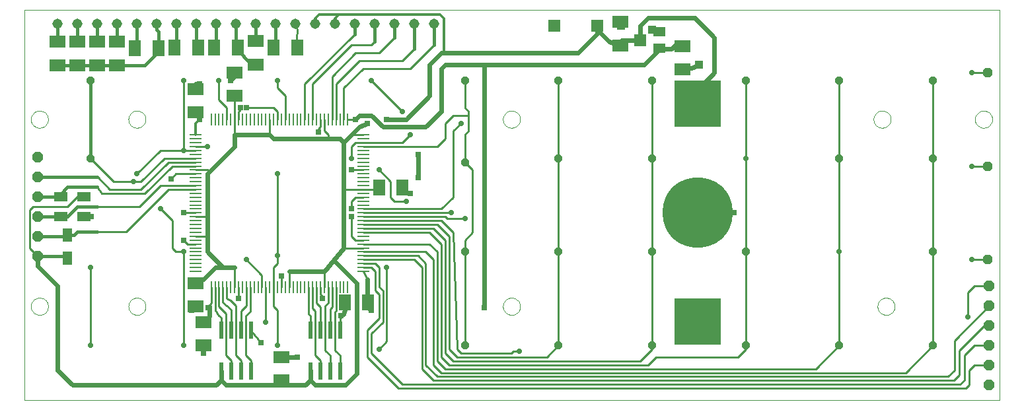
<source format=gbl>
G75*
G70*
%OFA0B0*%
%FSLAX24Y24*%
%IPPOS*%
%LPD*%
%AMOC8*
5,1,8,0,0,1.08239X$1,22.5*
%
%ADD10C,0.0000*%
%ADD11R,0.0591X0.0787*%
%ADD12R,0.0787X0.0591*%
%ADD13R,0.0236X0.0866*%
%ADD14R,0.0106X0.0591*%
%ADD15R,0.0591X0.0106*%
%ADD16R,0.0591X0.0630*%
%ADD17R,0.0591X0.0512*%
%ADD18OC8,0.0520*%
%ADD19R,0.0709X0.0472*%
%ADD20R,0.0472X0.0709*%
%ADD21R,0.2362X0.2362*%
%ADD22C,0.3543*%
%ADD23C,0.0515*%
%ADD24C,0.0160*%
%ADD25C,0.0100*%
%ADD26R,0.0278X0.0278*%
%ADD27C,0.0240*%
%ADD28R,0.0396X0.0396*%
%ADD29R,0.0591X0.0591*%
%ADD30C,0.0120*%
%ADD31OC8,0.0396*%
%ADD32OC8,0.0278*%
%ADD33OC8,0.0475*%
D10*
X001762Y001671D02*
X001762Y021392D01*
X050959Y021392D01*
X050959Y001671D01*
X001762Y001671D01*
X002093Y006408D02*
X002095Y006450D01*
X002101Y006491D01*
X002111Y006532D01*
X002125Y006571D01*
X002143Y006609D01*
X002164Y006645D01*
X002188Y006679D01*
X002216Y006710D01*
X002247Y006739D01*
X002280Y006764D01*
X002316Y006786D01*
X002353Y006805D01*
X002392Y006820D01*
X002433Y006831D01*
X002474Y006838D01*
X002516Y006841D01*
X002557Y006840D01*
X002599Y006835D01*
X002640Y006826D01*
X002680Y006813D01*
X002718Y006796D01*
X002754Y006776D01*
X002789Y006752D01*
X002821Y006725D01*
X002850Y006695D01*
X002876Y006663D01*
X002899Y006628D01*
X002919Y006590D01*
X002934Y006552D01*
X002946Y006512D01*
X002954Y006471D01*
X002958Y006429D01*
X002958Y006387D01*
X002954Y006345D01*
X002946Y006304D01*
X002934Y006264D01*
X002919Y006226D01*
X002899Y006188D01*
X002876Y006153D01*
X002850Y006121D01*
X002821Y006091D01*
X002789Y006064D01*
X002754Y006040D01*
X002718Y006020D01*
X002680Y006003D01*
X002640Y005990D01*
X002599Y005981D01*
X002557Y005976D01*
X002516Y005975D01*
X002474Y005978D01*
X002433Y005985D01*
X002392Y005996D01*
X002353Y006011D01*
X002316Y006030D01*
X002280Y006052D01*
X002247Y006077D01*
X002216Y006106D01*
X002188Y006137D01*
X002164Y006171D01*
X002143Y006207D01*
X002125Y006245D01*
X002111Y006284D01*
X002101Y006325D01*
X002095Y006366D01*
X002093Y006408D01*
X007014Y006408D02*
X007016Y006450D01*
X007022Y006491D01*
X007032Y006532D01*
X007046Y006571D01*
X007064Y006609D01*
X007085Y006645D01*
X007109Y006679D01*
X007137Y006710D01*
X007168Y006739D01*
X007201Y006764D01*
X007237Y006786D01*
X007274Y006805D01*
X007313Y006820D01*
X007354Y006831D01*
X007395Y006838D01*
X007437Y006841D01*
X007478Y006840D01*
X007520Y006835D01*
X007561Y006826D01*
X007601Y006813D01*
X007639Y006796D01*
X007675Y006776D01*
X007710Y006752D01*
X007742Y006725D01*
X007771Y006695D01*
X007797Y006663D01*
X007820Y006628D01*
X007840Y006590D01*
X007855Y006552D01*
X007867Y006512D01*
X007875Y006471D01*
X007879Y006429D01*
X007879Y006387D01*
X007875Y006345D01*
X007867Y006304D01*
X007855Y006264D01*
X007840Y006226D01*
X007820Y006188D01*
X007797Y006153D01*
X007771Y006121D01*
X007742Y006091D01*
X007710Y006064D01*
X007675Y006040D01*
X007639Y006020D01*
X007601Y006003D01*
X007561Y005990D01*
X007520Y005981D01*
X007478Y005976D01*
X007437Y005975D01*
X007395Y005978D01*
X007354Y005985D01*
X007313Y005996D01*
X007274Y006011D01*
X007237Y006030D01*
X007201Y006052D01*
X007168Y006077D01*
X007137Y006106D01*
X007109Y006137D01*
X007085Y006171D01*
X007064Y006207D01*
X007046Y006245D01*
X007032Y006284D01*
X007022Y006325D01*
X007016Y006366D01*
X007014Y006408D01*
X025912Y006408D02*
X025914Y006450D01*
X025920Y006491D01*
X025930Y006532D01*
X025944Y006571D01*
X025962Y006609D01*
X025983Y006645D01*
X026007Y006679D01*
X026035Y006710D01*
X026066Y006739D01*
X026099Y006764D01*
X026135Y006786D01*
X026172Y006805D01*
X026211Y006820D01*
X026252Y006831D01*
X026293Y006838D01*
X026335Y006841D01*
X026376Y006840D01*
X026418Y006835D01*
X026459Y006826D01*
X026499Y006813D01*
X026537Y006796D01*
X026573Y006776D01*
X026608Y006752D01*
X026640Y006725D01*
X026669Y006695D01*
X026695Y006663D01*
X026718Y006628D01*
X026738Y006590D01*
X026753Y006552D01*
X026765Y006512D01*
X026773Y006471D01*
X026777Y006429D01*
X026777Y006387D01*
X026773Y006345D01*
X026765Y006304D01*
X026753Y006264D01*
X026738Y006226D01*
X026718Y006188D01*
X026695Y006153D01*
X026669Y006121D01*
X026640Y006091D01*
X026608Y006064D01*
X026573Y006040D01*
X026537Y006020D01*
X026499Y006003D01*
X026459Y005990D01*
X026418Y005981D01*
X026376Y005976D01*
X026335Y005975D01*
X026293Y005978D01*
X026252Y005985D01*
X026211Y005996D01*
X026172Y006011D01*
X026135Y006030D01*
X026099Y006052D01*
X026066Y006077D01*
X026035Y006106D01*
X026007Y006137D01*
X025983Y006171D01*
X025962Y006207D01*
X025944Y006245D01*
X025930Y006284D01*
X025920Y006325D01*
X025914Y006366D01*
X025912Y006408D01*
X044809Y006408D02*
X044811Y006450D01*
X044817Y006491D01*
X044827Y006532D01*
X044841Y006571D01*
X044859Y006609D01*
X044880Y006645D01*
X044904Y006679D01*
X044932Y006710D01*
X044963Y006739D01*
X044996Y006764D01*
X045032Y006786D01*
X045069Y006805D01*
X045108Y006820D01*
X045149Y006831D01*
X045190Y006838D01*
X045232Y006841D01*
X045273Y006840D01*
X045315Y006835D01*
X045356Y006826D01*
X045396Y006813D01*
X045434Y006796D01*
X045470Y006776D01*
X045505Y006752D01*
X045537Y006725D01*
X045566Y006695D01*
X045592Y006663D01*
X045615Y006628D01*
X045635Y006590D01*
X045650Y006552D01*
X045662Y006512D01*
X045670Y006471D01*
X045674Y006429D01*
X045674Y006387D01*
X045670Y006345D01*
X045662Y006304D01*
X045650Y006264D01*
X045635Y006226D01*
X045615Y006188D01*
X045592Y006153D01*
X045566Y006121D01*
X045537Y006091D01*
X045505Y006064D01*
X045470Y006040D01*
X045434Y006020D01*
X045396Y006003D01*
X045356Y005990D01*
X045315Y005981D01*
X045273Y005976D01*
X045232Y005975D01*
X045190Y005978D01*
X045149Y005985D01*
X045108Y005996D01*
X045069Y006011D01*
X045032Y006030D01*
X044996Y006052D01*
X044963Y006077D01*
X044932Y006106D01*
X044904Y006137D01*
X044880Y006171D01*
X044859Y006207D01*
X044841Y006245D01*
X044827Y006284D01*
X044817Y006325D01*
X044811Y006366D01*
X044809Y006408D01*
X044612Y015856D02*
X044614Y015898D01*
X044620Y015939D01*
X044630Y015980D01*
X044644Y016019D01*
X044662Y016057D01*
X044683Y016093D01*
X044707Y016127D01*
X044735Y016158D01*
X044766Y016187D01*
X044799Y016212D01*
X044835Y016234D01*
X044872Y016253D01*
X044911Y016268D01*
X044952Y016279D01*
X044993Y016286D01*
X045035Y016289D01*
X045076Y016288D01*
X045118Y016283D01*
X045159Y016274D01*
X045199Y016261D01*
X045237Y016244D01*
X045273Y016224D01*
X045308Y016200D01*
X045340Y016173D01*
X045369Y016143D01*
X045395Y016111D01*
X045418Y016076D01*
X045438Y016038D01*
X045453Y016000D01*
X045465Y015960D01*
X045473Y015919D01*
X045477Y015877D01*
X045477Y015835D01*
X045473Y015793D01*
X045465Y015752D01*
X045453Y015712D01*
X045438Y015674D01*
X045418Y015636D01*
X045395Y015601D01*
X045369Y015569D01*
X045340Y015539D01*
X045308Y015512D01*
X045273Y015488D01*
X045237Y015468D01*
X045199Y015451D01*
X045159Y015438D01*
X045118Y015429D01*
X045076Y015424D01*
X045035Y015423D01*
X044993Y015426D01*
X044952Y015433D01*
X044911Y015444D01*
X044872Y015459D01*
X044835Y015478D01*
X044799Y015500D01*
X044766Y015525D01*
X044735Y015554D01*
X044707Y015585D01*
X044683Y015619D01*
X044662Y015655D01*
X044644Y015693D01*
X044630Y015732D01*
X044620Y015773D01*
X044614Y015814D01*
X044612Y015856D01*
X049730Y015856D02*
X049732Y015898D01*
X049738Y015939D01*
X049748Y015980D01*
X049762Y016019D01*
X049780Y016057D01*
X049801Y016093D01*
X049825Y016127D01*
X049853Y016158D01*
X049884Y016187D01*
X049917Y016212D01*
X049953Y016234D01*
X049990Y016253D01*
X050029Y016268D01*
X050070Y016279D01*
X050111Y016286D01*
X050153Y016289D01*
X050194Y016288D01*
X050236Y016283D01*
X050277Y016274D01*
X050317Y016261D01*
X050355Y016244D01*
X050391Y016224D01*
X050426Y016200D01*
X050458Y016173D01*
X050487Y016143D01*
X050513Y016111D01*
X050536Y016076D01*
X050556Y016038D01*
X050571Y016000D01*
X050583Y015960D01*
X050591Y015919D01*
X050595Y015877D01*
X050595Y015835D01*
X050591Y015793D01*
X050583Y015752D01*
X050571Y015712D01*
X050556Y015674D01*
X050536Y015636D01*
X050513Y015601D01*
X050487Y015569D01*
X050458Y015539D01*
X050426Y015512D01*
X050391Y015488D01*
X050355Y015468D01*
X050317Y015451D01*
X050277Y015438D01*
X050236Y015429D01*
X050194Y015424D01*
X050153Y015423D01*
X050111Y015426D01*
X050070Y015433D01*
X050029Y015444D01*
X049990Y015459D01*
X049953Y015478D01*
X049917Y015500D01*
X049884Y015525D01*
X049853Y015554D01*
X049825Y015585D01*
X049801Y015619D01*
X049780Y015655D01*
X049762Y015693D01*
X049748Y015732D01*
X049738Y015773D01*
X049732Y015814D01*
X049730Y015856D01*
X025912Y015856D02*
X025914Y015898D01*
X025920Y015939D01*
X025930Y015980D01*
X025944Y016019D01*
X025962Y016057D01*
X025983Y016093D01*
X026007Y016127D01*
X026035Y016158D01*
X026066Y016187D01*
X026099Y016212D01*
X026135Y016234D01*
X026172Y016253D01*
X026211Y016268D01*
X026252Y016279D01*
X026293Y016286D01*
X026335Y016289D01*
X026376Y016288D01*
X026418Y016283D01*
X026459Y016274D01*
X026499Y016261D01*
X026537Y016244D01*
X026573Y016224D01*
X026608Y016200D01*
X026640Y016173D01*
X026669Y016143D01*
X026695Y016111D01*
X026718Y016076D01*
X026738Y016038D01*
X026753Y016000D01*
X026765Y015960D01*
X026773Y015919D01*
X026777Y015877D01*
X026777Y015835D01*
X026773Y015793D01*
X026765Y015752D01*
X026753Y015712D01*
X026738Y015674D01*
X026718Y015636D01*
X026695Y015601D01*
X026669Y015569D01*
X026640Y015539D01*
X026608Y015512D01*
X026573Y015488D01*
X026537Y015468D01*
X026499Y015451D01*
X026459Y015438D01*
X026418Y015429D01*
X026376Y015424D01*
X026335Y015423D01*
X026293Y015426D01*
X026252Y015433D01*
X026211Y015444D01*
X026172Y015459D01*
X026135Y015478D01*
X026099Y015500D01*
X026066Y015525D01*
X026035Y015554D01*
X026007Y015585D01*
X025983Y015619D01*
X025962Y015655D01*
X025944Y015693D01*
X025930Y015732D01*
X025920Y015773D01*
X025914Y015814D01*
X025912Y015856D01*
X007014Y015856D02*
X007016Y015898D01*
X007022Y015939D01*
X007032Y015980D01*
X007046Y016019D01*
X007064Y016057D01*
X007085Y016093D01*
X007109Y016127D01*
X007137Y016158D01*
X007168Y016187D01*
X007201Y016212D01*
X007237Y016234D01*
X007274Y016253D01*
X007313Y016268D01*
X007354Y016279D01*
X007395Y016286D01*
X007437Y016289D01*
X007478Y016288D01*
X007520Y016283D01*
X007561Y016274D01*
X007601Y016261D01*
X007639Y016244D01*
X007675Y016224D01*
X007710Y016200D01*
X007742Y016173D01*
X007771Y016143D01*
X007797Y016111D01*
X007820Y016076D01*
X007840Y016038D01*
X007855Y016000D01*
X007867Y015960D01*
X007875Y015919D01*
X007879Y015877D01*
X007879Y015835D01*
X007875Y015793D01*
X007867Y015752D01*
X007855Y015712D01*
X007840Y015674D01*
X007820Y015636D01*
X007797Y015601D01*
X007771Y015569D01*
X007742Y015539D01*
X007710Y015512D01*
X007675Y015488D01*
X007639Y015468D01*
X007601Y015451D01*
X007561Y015438D01*
X007520Y015429D01*
X007478Y015424D01*
X007437Y015423D01*
X007395Y015426D01*
X007354Y015433D01*
X007313Y015444D01*
X007274Y015459D01*
X007237Y015478D01*
X007201Y015500D01*
X007168Y015525D01*
X007137Y015554D01*
X007109Y015585D01*
X007085Y015619D01*
X007064Y015655D01*
X007046Y015693D01*
X007032Y015732D01*
X007022Y015773D01*
X007016Y015814D01*
X007014Y015856D01*
X002093Y015856D02*
X002095Y015898D01*
X002101Y015939D01*
X002111Y015980D01*
X002125Y016019D01*
X002143Y016057D01*
X002164Y016093D01*
X002188Y016127D01*
X002216Y016158D01*
X002247Y016187D01*
X002280Y016212D01*
X002316Y016234D01*
X002353Y016253D01*
X002392Y016268D01*
X002433Y016279D01*
X002474Y016286D01*
X002516Y016289D01*
X002557Y016288D01*
X002599Y016283D01*
X002640Y016274D01*
X002680Y016261D01*
X002718Y016244D01*
X002754Y016224D01*
X002789Y016200D01*
X002821Y016173D01*
X002850Y016143D01*
X002876Y016111D01*
X002899Y016076D01*
X002919Y016038D01*
X002934Y016000D01*
X002946Y015960D01*
X002954Y015919D01*
X002958Y015877D01*
X002958Y015835D01*
X002954Y015793D01*
X002946Y015752D01*
X002934Y015712D01*
X002919Y015674D01*
X002899Y015636D01*
X002876Y015601D01*
X002850Y015569D01*
X002821Y015539D01*
X002789Y015512D01*
X002754Y015488D01*
X002718Y015468D01*
X002680Y015451D01*
X002640Y015438D01*
X002599Y015429D01*
X002557Y015424D01*
X002516Y015423D01*
X002474Y015426D01*
X002433Y015433D01*
X002392Y015444D01*
X002353Y015459D01*
X002316Y015478D01*
X002280Y015500D01*
X002247Y015525D01*
X002216Y015554D01*
X002188Y015585D01*
X002164Y015619D01*
X002143Y015655D01*
X002125Y015693D01*
X002111Y015732D01*
X002101Y015773D01*
X002095Y015814D01*
X002093Y015856D01*
D11*
X007345Y019433D03*
X008526Y019433D03*
X009345Y019465D03*
X010526Y019465D03*
X011345Y019465D03*
X012526Y019465D03*
X014345Y019465D03*
X015526Y019465D03*
X019652Y012411D03*
X020833Y012411D03*
X019110Y006604D03*
X017929Y006604D03*
D12*
X014730Y003849D03*
X014730Y002667D03*
X010793Y004439D03*
X010793Y005620D03*
X010400Y006408D03*
X010400Y007589D03*
X010400Y016201D03*
X012368Y017037D03*
X010400Y017382D03*
X012368Y018219D03*
X013435Y018624D03*
X013435Y019805D03*
X006435Y019774D03*
X005435Y019774D03*
X004435Y019774D03*
X003435Y019774D03*
X003435Y018593D03*
X004435Y018593D03*
X005435Y018593D03*
X006435Y018593D03*
X031833Y019583D03*
X031833Y020764D03*
X034961Y019551D03*
X034961Y018370D03*
D13*
X017685Y005207D03*
X017185Y005207D03*
X016685Y005207D03*
X016185Y005207D03*
X013185Y005207D03*
X012685Y005207D03*
X012185Y005207D03*
X011685Y005207D03*
X011685Y003160D03*
X012185Y003160D03*
X012685Y003160D03*
X013185Y003160D03*
X016185Y003160D03*
X016685Y003160D03*
X017185Y003160D03*
X017685Y003160D03*
D14*
X017683Y007392D03*
X017486Y007392D03*
X017289Y007392D03*
X017093Y007392D03*
X016896Y007392D03*
X016699Y007392D03*
X016502Y007392D03*
X016305Y007392D03*
X016108Y007392D03*
X015911Y007392D03*
X015715Y007392D03*
X015518Y007392D03*
X015321Y007392D03*
X015124Y007392D03*
X014927Y007392D03*
X014730Y007392D03*
X014534Y007392D03*
X014337Y007392D03*
X014140Y007392D03*
X013943Y007392D03*
X013746Y007392D03*
X013549Y007392D03*
X013352Y007392D03*
X013156Y007392D03*
X012959Y007392D03*
X012762Y007392D03*
X012565Y007392D03*
X012368Y007392D03*
X012171Y007392D03*
X011974Y007392D03*
X011778Y007392D03*
X011581Y007392D03*
X011384Y007392D03*
X011187Y007392D03*
X017880Y007392D03*
X018077Y007392D03*
X018077Y015856D03*
X017880Y015856D03*
X017683Y015856D03*
X017486Y015856D03*
X017289Y015856D03*
X017093Y015856D03*
X016896Y015856D03*
X016699Y015856D03*
X016502Y015856D03*
X016305Y015856D03*
X016108Y015856D03*
X015911Y015856D03*
X015715Y015856D03*
X015518Y015856D03*
X015321Y015856D03*
X015124Y015856D03*
X014927Y015856D03*
X014730Y015856D03*
X014534Y015856D03*
X014337Y015856D03*
X014140Y015856D03*
X013943Y015856D03*
X013746Y015856D03*
X013549Y015856D03*
X013352Y015856D03*
X013156Y015856D03*
X012959Y015856D03*
X012762Y015856D03*
X012565Y015856D03*
X012368Y015856D03*
X012171Y015856D03*
X011974Y015856D03*
X011778Y015856D03*
X011581Y015856D03*
X011384Y015856D03*
X011187Y015856D03*
D15*
X010400Y015069D03*
X010400Y014872D03*
X010400Y014675D03*
X010400Y014478D03*
X010400Y014282D03*
X010400Y014085D03*
X010400Y013888D03*
X010400Y013691D03*
X010400Y013494D03*
X010400Y013297D03*
X010400Y013100D03*
X010400Y012904D03*
X010400Y012707D03*
X010400Y012510D03*
X010400Y012313D03*
X010400Y012116D03*
X010400Y011919D03*
X010400Y011723D03*
X010400Y011526D03*
X010400Y011329D03*
X010400Y011132D03*
X010400Y010935D03*
X010400Y010738D03*
X010400Y010541D03*
X010400Y010345D03*
X010400Y010148D03*
X010400Y009951D03*
X010400Y009754D03*
X010400Y009557D03*
X010400Y009360D03*
X010400Y009163D03*
X010400Y008967D03*
X010400Y008770D03*
X010400Y008573D03*
X010400Y008376D03*
X010400Y008179D03*
X018864Y008179D03*
X018864Y008376D03*
X018864Y008573D03*
X018864Y008770D03*
X018864Y008967D03*
X018864Y009163D03*
X018864Y009360D03*
X018864Y009557D03*
X018864Y009754D03*
X018864Y009951D03*
X018864Y010148D03*
X018864Y010345D03*
X018864Y010541D03*
X018864Y010738D03*
X018864Y010935D03*
X018864Y011132D03*
X018864Y011329D03*
X018864Y011526D03*
X018864Y011723D03*
X018864Y011919D03*
X018864Y012116D03*
X018864Y012313D03*
X018864Y012510D03*
X018864Y012707D03*
X018864Y012904D03*
X018864Y013100D03*
X018864Y013297D03*
X018864Y013494D03*
X018864Y013691D03*
X018864Y013888D03*
X018864Y014085D03*
X018864Y014282D03*
X018864Y014478D03*
X018864Y014675D03*
X018864Y014872D03*
X018864Y015069D03*
D16*
X032817Y019852D03*
D17*
X033801Y019439D03*
X033801Y020266D03*
D18*
X050435Y007433D03*
X050435Y006433D03*
X050435Y005433D03*
X050435Y004433D03*
X050435Y003433D03*
X050435Y002433D03*
X002435Y008933D03*
X002435Y009933D03*
X002435Y010933D03*
X002435Y011933D03*
X002435Y012933D03*
X002435Y013933D03*
D19*
X003595Y011933D03*
X004775Y011933D03*
X004775Y010933D03*
X003595Y010933D03*
D20*
X003935Y010023D03*
X003935Y008843D03*
D21*
X035723Y005652D03*
X035723Y016652D03*
D22*
X035723Y011152D03*
D23*
X022435Y020683D03*
X021435Y020683D03*
X020435Y020683D03*
X019435Y020683D03*
X018435Y020683D03*
X017435Y020683D03*
X016435Y020683D03*
X015435Y020683D03*
X014435Y020683D03*
X013435Y020683D03*
X012435Y020683D03*
X011435Y020683D03*
X010435Y020683D03*
X009435Y020683D03*
X008435Y020683D03*
X007435Y020683D03*
X006435Y020683D03*
X005435Y020683D03*
X004435Y020683D03*
X003435Y020683D03*
D24*
X003435Y019774D01*
X003435Y019683D01*
X004435Y019683D02*
X004435Y019774D01*
X004435Y020683D01*
X005435Y020683D02*
X005435Y019774D01*
X005435Y019683D01*
X006435Y019683D02*
X006435Y019774D01*
X006435Y020683D01*
X007435Y020683D02*
X007435Y019433D01*
X007345Y019433D01*
X007845Y018593D02*
X008435Y019183D01*
X008435Y019433D01*
X008526Y019433D01*
X008526Y020289D01*
X008431Y020384D01*
X008435Y020388D01*
X008435Y020683D01*
X009435Y020683D02*
X009435Y019433D01*
X009435Y019465D01*
X009345Y019465D01*
X009404Y019465D01*
X009435Y019433D01*
X010435Y019433D02*
X010435Y020683D01*
X011435Y020683D02*
X011435Y019433D01*
X011435Y019465D01*
X011345Y019465D01*
X011404Y019465D01*
X011435Y019433D01*
X010526Y019465D02*
X010435Y019465D01*
X010435Y019433D01*
X010467Y019465D01*
X010526Y019465D01*
X012435Y019465D02*
X012526Y019465D01*
X012467Y019465D01*
X012435Y019433D01*
X012435Y020683D01*
X013435Y020683D02*
X013435Y019805D01*
X013435Y019683D01*
X014345Y019465D02*
X014435Y019465D01*
X014435Y019433D01*
X014435Y020683D01*
X016435Y020683D02*
X016435Y020933D01*
X017435Y020933D02*
X017435Y020683D01*
X018435Y020683D02*
X018435Y020152D01*
X019435Y019774D02*
X019435Y020683D01*
X020435Y020683D02*
X020435Y019986D01*
X021435Y019411D02*
X021435Y020683D01*
X022435Y020683D02*
X022435Y019624D01*
X015526Y019465D02*
X015467Y019465D01*
X015435Y019433D01*
X014435Y019433D02*
X014404Y019465D01*
X014345Y019465D01*
X013435Y018624D02*
X013244Y018624D01*
X012435Y019433D01*
X012435Y019465D01*
X007845Y018593D02*
X006435Y018593D01*
X006435Y018683D01*
X006435Y018593D02*
X005435Y018593D01*
X005435Y018683D01*
X005435Y018593D02*
X004435Y018593D01*
X004435Y018683D01*
X004435Y018593D02*
X003435Y018593D01*
X005085Y017825D02*
X005085Y013888D01*
X005435Y012933D02*
X002435Y012933D01*
X003595Y012093D02*
X003935Y012433D01*
X005435Y012433D01*
X005435Y011433D02*
X004435Y011433D01*
X003935Y010933D01*
X003595Y010933D01*
X002435Y010933D01*
X002435Y009933D02*
X003935Y009933D01*
X003935Y010023D01*
X004275Y010023D01*
X004435Y010183D01*
X005435Y010183D01*
X003935Y008933D02*
X002435Y008933D01*
X003935Y008933D02*
X003935Y008843D01*
X003685Y011933D02*
X003595Y011933D01*
X003595Y012093D01*
X003595Y011933D02*
X002435Y011933D01*
D25*
X002185Y011433D02*
X002034Y011282D01*
X002034Y009335D01*
X002435Y008933D01*
X005085Y008376D02*
X005085Y004439D01*
X009809Y004439D02*
X009809Y008770D01*
X009809Y009163D01*
X009415Y009163D01*
X009219Y009360D01*
X009219Y010738D01*
X008628Y011329D01*
X007551Y011433D02*
X008628Y012510D01*
X010400Y012510D01*
X010400Y012313D02*
X009022Y012313D01*
X006892Y010183D01*
X005435Y010183D01*
X005136Y010933D02*
X004775Y010933D01*
X005435Y011433D02*
X007551Y011433D01*
X007841Y012116D02*
X009219Y013494D01*
X010400Y013494D01*
X010400Y013297D02*
X010990Y013297D01*
X011089Y013199D01*
X010400Y013100D02*
X009415Y013100D01*
X009169Y012854D01*
X009022Y013691D02*
X007644Y012313D01*
X006069Y012313D01*
X005449Y012933D01*
X005435Y012933D01*
X006266Y012707D02*
X005085Y013888D01*
X006266Y012707D02*
X007250Y012707D01*
X007644Y012707D01*
X008825Y013888D01*
X010400Y013888D01*
X010400Y013691D02*
X009022Y013691D01*
X008628Y014282D02*
X009809Y014282D01*
X010400Y014282D01*
X010400Y014478D02*
X010990Y014478D01*
X009809Y014282D02*
X009809Y017825D01*
X011581Y017825D02*
X011581Y016841D01*
X011974Y016447D01*
X011974Y015856D01*
X012368Y015856D02*
X012368Y017037D01*
X012663Y016447D02*
X012663Y016349D01*
X012565Y016250D01*
X012565Y015856D01*
X012368Y015856D02*
X012368Y015069D01*
X014140Y015069D02*
X014140Y015856D01*
X014534Y015856D02*
X014534Y016250D01*
X014337Y016447D01*
X012959Y016447D01*
X014534Y017431D02*
X014534Y017825D01*
X014534Y017431D02*
X014927Y017037D01*
X014927Y015856D01*
X015911Y015856D02*
X015911Y017628D01*
X018435Y020152D01*
X019258Y019597D02*
X019435Y019774D01*
X019258Y019597D02*
X018274Y019597D01*
X016305Y017628D01*
X016305Y015856D01*
X016699Y015856D02*
X016699Y015463D01*
X016600Y015364D01*
X016600Y015217D01*
X016896Y015266D02*
X017093Y015069D01*
X017093Y014872D01*
X016896Y015266D02*
X016896Y015856D01*
X017289Y015856D02*
X017289Y018022D01*
X018471Y019203D01*
X019652Y019203D01*
X020435Y019986D01*
X021435Y019411D02*
X020833Y018809D01*
X018667Y018809D01*
X017486Y017628D01*
X017486Y015856D01*
X017880Y015856D02*
X017880Y017431D01*
X018864Y018415D01*
X021226Y018415D01*
X022435Y019624D01*
X023982Y017825D02*
X023982Y016447D01*
X024179Y016250D01*
X024179Y016053D01*
X023392Y016053D01*
X022998Y015660D01*
X022998Y014872D01*
X022604Y014478D01*
X018864Y014478D01*
X018864Y014675D02*
X018471Y014675D01*
X018274Y014478D01*
X018274Y013888D01*
X018274Y013297D02*
X018864Y013297D01*
X019652Y013297D02*
X020242Y012707D01*
X020242Y011919D01*
X020439Y011723D01*
X021030Y011723D01*
X021226Y012116D02*
X020833Y012411D01*
X019652Y012411D02*
X019553Y012411D01*
X019455Y012313D01*
X018864Y012313D01*
X017880Y012313D01*
X018274Y011723D02*
X018471Y011919D01*
X018864Y011919D01*
X018274Y011723D02*
X018274Y011329D01*
X018864Y011329D02*
X022801Y011329D01*
X023392Y011919D01*
X023392Y015266D01*
X023786Y015660D01*
X024179Y016053D02*
X024179Y015266D01*
X023982Y015069D01*
X023982Y013691D01*
X024376Y013297D01*
X024376Y010148D01*
X023982Y009754D01*
X023982Y009163D01*
X023982Y004439D01*
X023589Y004242D02*
X023786Y004045D01*
X026345Y004045D01*
X026443Y004144D01*
X026738Y004144D01*
X028116Y003849D02*
X028707Y004439D01*
X028707Y009163D01*
X028707Y013888D01*
X028707Y017825D01*
X033431Y017825D02*
X033431Y013888D01*
X033431Y009163D01*
X033431Y004439D01*
X033431Y004242D01*
X032841Y003652D01*
X023392Y003652D01*
X022998Y004045D01*
X022998Y009754D01*
X022408Y010345D01*
X018864Y010345D01*
X018864Y010541D02*
X022604Y010541D01*
X023195Y009951D01*
X023195Y004242D01*
X023589Y003849D01*
X028116Y003849D01*
X023589Y004242D02*
X023392Y010148D01*
X022801Y010738D01*
X018864Y010738D01*
X018864Y010935D02*
X022998Y010935D01*
X023097Y010837D01*
X023982Y010837D01*
X023293Y011132D02*
X018864Y011132D01*
X018274Y010935D02*
X018274Y009951D01*
X018471Y009754D01*
X018864Y009754D01*
X018864Y009557D02*
X022211Y009557D01*
X022604Y009163D01*
X022604Y003652D01*
X022998Y003258D01*
X041699Y003258D01*
X042880Y004439D01*
X042880Y009163D01*
X042880Y013888D01*
X042880Y017825D01*
X038156Y017825D02*
X038156Y013888D01*
X038156Y009163D01*
X038156Y004439D01*
X038156Y004242D01*
X037762Y003849D01*
X033628Y003849D01*
X033234Y003455D01*
X023195Y003455D01*
X022801Y003849D01*
X022801Y009557D01*
X022211Y010148D01*
X018864Y010148D01*
X018864Y009360D02*
X017880Y009360D01*
X018864Y009163D02*
X022014Y009163D01*
X022408Y008770D01*
X022408Y003455D01*
X022801Y003061D01*
X046226Y003061D01*
X047604Y004439D01*
X047604Y009163D01*
X047604Y013888D01*
X047604Y017825D01*
X049573Y018219D02*
X050360Y018219D01*
X050360Y013494D02*
X049573Y013494D01*
X049573Y008770D02*
X050360Y008770D01*
X050435Y007433D02*
X049685Y007433D01*
X049376Y007124D01*
X049376Y005886D01*
X050185Y005433D02*
X048935Y004183D01*
X048935Y002933D01*
X048669Y002667D01*
X022408Y002667D01*
X021817Y003258D01*
X021817Y008376D01*
X021423Y008770D01*
X018864Y008770D01*
X018864Y008967D02*
X021620Y008967D01*
X022014Y008573D01*
X022014Y003455D01*
X022604Y002864D01*
X048366Y002864D01*
X048685Y003183D01*
X048685Y004683D01*
X050435Y006433D01*
X050435Y005433D02*
X050185Y005433D01*
X050435Y004433D02*
X049685Y004433D01*
X049185Y003933D01*
X049185Y002683D01*
X048973Y002471D01*
X020833Y002471D01*
X019258Y004045D01*
X019258Y005030D01*
X019849Y005620D01*
X019849Y007195D01*
X019652Y007392D01*
X019652Y008376D01*
X019455Y008573D01*
X018864Y008573D01*
X018864Y008376D02*
X019258Y008376D01*
X019455Y008179D01*
X019455Y007195D01*
X019652Y006998D01*
X019652Y005817D01*
X019061Y005226D01*
X019061Y003849D01*
X020636Y002274D01*
X049276Y002274D01*
X049435Y002433D01*
X049435Y003183D01*
X049685Y003433D01*
X050435Y003433D01*
X021226Y015069D02*
X020833Y014675D01*
X018864Y014675D01*
X018864Y015069D02*
X018274Y015069D01*
X018471Y015856D02*
X018077Y015856D01*
X019258Y017825D02*
X020833Y016250D01*
X015467Y019465D02*
X015518Y020384D01*
X015435Y020683D01*
X008435Y020683D02*
X008431Y020384D01*
X010400Y016201D02*
X010400Y016053D01*
X010597Y015856D01*
X008628Y014282D02*
X007447Y013100D01*
X007841Y012116D02*
X005675Y012116D01*
X005435Y012433D01*
X004775Y011933D02*
X004435Y011933D01*
X003935Y011433D01*
X002185Y011433D01*
X009809Y011132D02*
X010400Y011132D01*
X010400Y010935D02*
X010990Y010935D01*
X010990Y009951D02*
X010400Y009951D01*
X010006Y009557D02*
X009809Y009754D01*
X010006Y009557D02*
X010400Y009557D01*
X012368Y008376D02*
X012368Y007392D01*
X012565Y007392D02*
X012565Y006801D01*
X012435Y006433D02*
X012171Y006697D01*
X011974Y006801D01*
X011974Y007392D01*
X011778Y007392D02*
X011778Y006604D01*
X011974Y006447D01*
X012185Y006236D01*
X012185Y005207D01*
X011685Y005207D02*
X011685Y005843D01*
X011581Y005947D01*
X011384Y006211D01*
X011384Y007392D01*
X011581Y007392D02*
X011581Y006408D01*
X011778Y006197D01*
X011935Y006039D01*
X011935Y003933D01*
X012185Y003683D01*
X012185Y003160D01*
X012685Y003160D02*
X012685Y003683D01*
X012435Y003933D01*
X012435Y006433D01*
X012685Y006183D02*
X012685Y005207D01*
X012685Y005183D01*
X013185Y005183D02*
X013685Y004585D01*
X014534Y004439D02*
X014534Y006211D01*
X014337Y006408D01*
X014337Y007392D01*
X014337Y008376D01*
X014534Y008573D01*
X014534Y008967D01*
X014534Y013100D01*
X012959Y008770D02*
X013746Y007982D01*
X013746Y007392D01*
X013943Y007392D02*
X013943Y005620D01*
X013185Y005207D02*
X013185Y005183D01*
X011685Y005207D02*
X011685Y005183D01*
X012935Y005933D02*
X013156Y006154D01*
X013156Y007392D01*
X012959Y007392D02*
X012959Y006457D01*
X012685Y006183D01*
X012935Y005933D02*
X012935Y003933D01*
X013185Y003683D01*
X013185Y003160D01*
X016435Y003933D02*
X016685Y003683D01*
X016685Y003160D01*
X017185Y003160D02*
X017185Y003933D01*
X016935Y004183D01*
X016935Y006433D01*
X017093Y006591D01*
X017093Y007392D01*
X017289Y007392D02*
X017289Y006386D01*
X017185Y006282D01*
X017185Y005207D01*
X016685Y005207D02*
X016685Y006380D01*
X016502Y006563D01*
X016502Y007392D01*
X016305Y007392D02*
X016305Y006313D01*
X016435Y006183D01*
X016435Y003933D01*
X017435Y004183D02*
X017685Y003933D01*
X017685Y003160D01*
X017435Y004183D02*
X017435Y006130D01*
X017486Y006181D01*
X017486Y007392D01*
X016896Y007392D02*
X016896Y008179D01*
X016699Y007392D02*
X016699Y006998D01*
X016797Y006900D01*
X016797Y006801D01*
X016108Y007392D02*
X016108Y006010D01*
X016185Y005933D01*
X016185Y005207D01*
X016185Y005183D01*
X016685Y005207D02*
X016685Y005183D01*
X017685Y005207D02*
X017685Y005683D01*
X017738Y005933D01*
X019652Y004242D02*
X020045Y004636D01*
X020045Y008376D01*
X019061Y007786D02*
X018864Y008179D01*
X015124Y008179D02*
X015124Y007392D01*
X014730Y007392D02*
X014730Y007933D01*
X011187Y007392D02*
X011187Y006604D01*
X011089Y006408D01*
D26*
X011039Y006358D03*
X010203Y006211D03*
X012565Y006801D03*
X014730Y007933D03*
X016797Y006801D03*
X017738Y005933D03*
X019258Y006211D03*
X015518Y003849D03*
X013685Y004585D03*
X010793Y004045D03*
X009809Y009754D03*
X009809Y011132D03*
X009169Y012854D03*
X005136Y010933D03*
X010597Y015856D03*
X012663Y016447D03*
X012959Y016447D03*
X010597Y017628D03*
X012171Y017825D03*
X018471Y015856D03*
X019061Y015660D03*
X020045Y015856D03*
X016600Y015217D03*
X018274Y013297D03*
X021226Y012116D03*
X021620Y012904D03*
X021620Y014085D03*
X018274Y011329D03*
X018274Y010935D03*
X024967Y006358D03*
X037565Y011132D03*
D27*
X037545Y011152D01*
X035723Y011152D01*
X024967Y006358D02*
X024967Y018612D01*
X033037Y018612D01*
X033801Y019376D01*
X033801Y019439D01*
X033801Y019423D01*
X033825Y019400D01*
X034415Y019400D01*
X034658Y019642D01*
X034961Y019551D01*
X033801Y020266D02*
X033549Y020266D01*
X033431Y020384D01*
X032841Y020581D02*
X032841Y019793D01*
X032817Y019817D01*
X032817Y019852D01*
X031915Y019852D01*
X031843Y019780D01*
X031833Y019583D01*
X031280Y019780D01*
X030675Y020384D01*
X030675Y020581D01*
X030675Y020187D01*
X029691Y019203D01*
X022935Y019203D01*
X022801Y019203D01*
X022211Y018612D01*
X022211Y017037D01*
X021030Y015856D01*
X020045Y015856D01*
X019849Y015463D02*
X019258Y016053D01*
X018667Y016053D01*
X018471Y015856D01*
X018667Y015463D02*
X018274Y015069D01*
X017880Y014675D01*
X017880Y012313D01*
X017880Y009360D01*
X017365Y008742D01*
X017376Y008742D01*
X018541Y007577D01*
X018541Y003002D01*
X017973Y002433D01*
X016435Y002433D01*
X016185Y002683D01*
X016185Y003160D01*
X016185Y003183D01*
X016185Y002683D02*
X015935Y002433D01*
X014730Y002433D01*
X014730Y002667D01*
X014730Y002433D02*
X011935Y002433D01*
X011685Y002683D01*
X011435Y002433D01*
X004185Y002433D01*
X003435Y003183D01*
X003435Y007433D01*
X002435Y008433D01*
X002435Y008933D01*
X010400Y007786D02*
X010400Y007589D01*
X010400Y007786D02*
X010793Y007786D01*
X011384Y008376D01*
X011778Y008376D01*
X012368Y008376D01*
X011778Y008376D02*
X010990Y009163D01*
X010990Y009951D01*
X010990Y010935D01*
X010990Y013100D01*
X011089Y013199D01*
X012368Y014478D01*
X012368Y015069D01*
X014140Y015069D01*
X014337Y014872D01*
X017093Y014872D01*
X017683Y014872D01*
X017880Y014675D01*
X018667Y015463D02*
X019061Y015660D01*
X019849Y015463D02*
X022014Y015463D01*
X022801Y016250D01*
X022801Y018415D01*
X022998Y018612D01*
X024967Y018612D01*
X031833Y020604D02*
X031856Y020581D01*
X031833Y020604D02*
X031833Y020764D01*
X032841Y020581D02*
X033234Y020974D01*
X035597Y020974D01*
X036581Y019990D01*
X036581Y018219D01*
X035723Y017360D01*
X035723Y016652D01*
X035445Y018461D02*
X034961Y018370D01*
X035445Y018461D02*
X035793Y018612D01*
X021620Y014085D02*
X021620Y012904D01*
X017365Y008742D02*
X016896Y008179D01*
X015124Y008179D01*
X017929Y006604D02*
X017929Y006260D01*
X017880Y006014D01*
X017738Y005959D01*
X017738Y005933D01*
X019110Y006358D02*
X019110Y006604D01*
X019110Y006358D02*
X019258Y006211D01*
X019258Y006801D01*
X019061Y006998D01*
X019061Y007786D01*
X011089Y006408D02*
X011089Y005915D01*
X010793Y005620D01*
X010203Y006211D02*
X010400Y006408D01*
X011039Y006358D02*
X011089Y006408D01*
X010793Y004439D02*
X010793Y004045D01*
X011685Y003160D02*
X011685Y002683D01*
X014730Y003849D02*
X015518Y003849D01*
X010400Y017382D02*
X010400Y017628D01*
X010597Y017628D01*
X012171Y017825D02*
X012368Y018022D01*
X012368Y018219D01*
D28*
X031856Y020581D03*
X033431Y020384D03*
X035793Y018612D03*
D29*
X030675Y020581D03*
X028510Y020581D03*
D30*
X022935Y020933D02*
X022935Y019203D01*
X022935Y019183D01*
X022935Y020933D02*
X022734Y021134D01*
X017636Y021134D01*
X016636Y021134D01*
X016435Y020933D01*
X017435Y020933D02*
X017636Y021134D01*
X010597Y015856D02*
X010400Y015660D01*
X010400Y015069D01*
D31*
X005085Y013888D03*
X005085Y017825D03*
X023982Y017825D03*
X028707Y017825D03*
X033431Y017825D03*
X038156Y017825D03*
X042880Y017825D03*
X047604Y017825D03*
X047604Y013888D03*
X042880Y013888D03*
X033431Y013888D03*
X028707Y013888D03*
X023982Y013691D03*
X023982Y009163D03*
X028707Y009163D03*
X033431Y009163D03*
X038156Y009163D03*
X047604Y009163D03*
X047604Y004439D03*
X042880Y004439D03*
X038156Y004439D03*
X033431Y004439D03*
X028707Y004439D03*
X023982Y004439D03*
D32*
X026738Y004144D03*
X019652Y004242D03*
X014534Y004439D03*
X013943Y005620D03*
X009809Y004439D03*
X005085Y004439D03*
X005085Y008376D03*
X009809Y009163D03*
X012959Y008770D03*
X014534Y008967D03*
X020045Y008376D03*
X023982Y010837D03*
X023293Y011132D03*
X021030Y011723D03*
X019652Y013297D03*
X018274Y013888D03*
X021226Y015069D03*
X023786Y015660D03*
X020833Y016250D03*
X019258Y017825D03*
X014534Y017825D03*
X011581Y017825D03*
X009809Y017825D03*
X010990Y014478D03*
X009809Y014282D03*
X007447Y013100D03*
X007250Y012707D03*
X008628Y011329D03*
X014534Y013100D03*
X038156Y013888D03*
X042880Y009163D03*
X049573Y008770D03*
X049376Y005886D03*
X049573Y013494D03*
X049573Y018219D03*
D33*
X050360Y018219D03*
X050360Y013494D03*
X050360Y008770D03*
M02*

</source>
